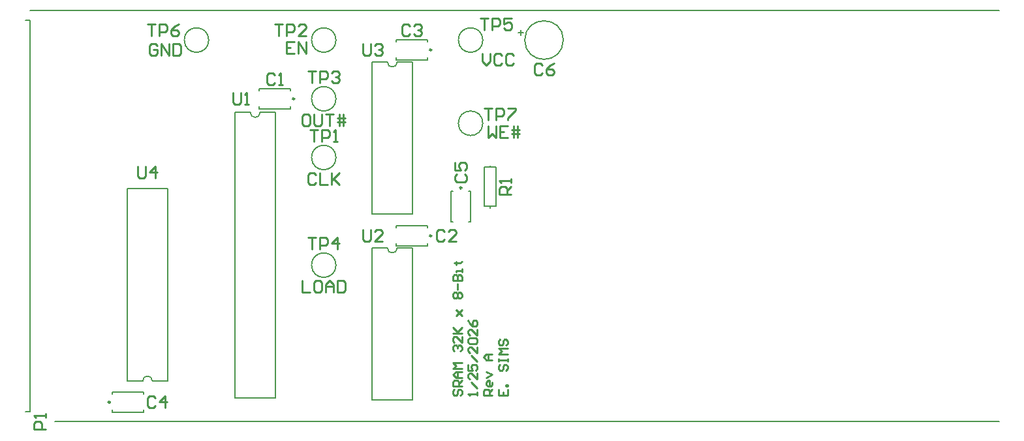
<source format=gto>
G04*
G04 #@! TF.GenerationSoftware,Altium Limited,Altium Designer,21.0.9 (235)*
G04*
G04 Layer_Color=65535*
%FSLAX25Y25*%
%MOIN*%
G70*
G04*
G04 #@! TF.SameCoordinates,D904D71F-FCC1-446E-B92D-41826D6CEC25*
G04*
G04*
G04 #@! TF.FilePolarity,Positive*
G04*
G01*
G75*
%ADD10C,0.00787*%
%ADD11C,0.00984*%
%ADD12C,0.00500*%
%ADD13C,0.01000*%
%ADD14C,0.00591*%
D10*
X377343Y305000D02*
G03*
X377343Y305000I-9843J0D01*
G01*
X336240Y262500D02*
G03*
X336240Y262500I-6240J0D01*
G01*
X287500Y293779D02*
G03*
X292500Y293779I2500J0D01*
G01*
X287500Y198779D02*
G03*
X292500Y198779I2500J0D01*
G01*
X217500Y268032D02*
G03*
X222500Y268032I2500J0D01*
G01*
X167500Y130787D02*
G03*
X162500Y130787I-2500J0D01*
G01*
X261240Y245000D02*
G03*
X261240Y245000I-6240J0D01*
G01*
Y275000D02*
G03*
X261240Y275000I-6240J0D01*
G01*
Y305000D02*
G03*
X261240Y305000I-6240J0D01*
G01*
Y190000D02*
G03*
X261240Y190000I-6240J0D01*
G01*
X336240Y305000D02*
G03*
X336240Y305000I-6240J0D01*
G01*
X196240D02*
G03*
X196240Y305000I-6240J0D01*
G01*
X162874Y114882D02*
Y115965D01*
X147126Y114882D02*
Y115965D01*
X162874Y124035D02*
Y125118D01*
X147126Y124035D02*
Y125118D01*
Y114882D02*
X162874D01*
X147126Y125118D02*
X162874D01*
X300433Y216220D02*
Y293779D01*
X279567Y216220D02*
Y293779D01*
Y216220D02*
X300433D01*
X292500Y293779D02*
X300433D01*
X279567D02*
X287500D01*
X300433Y121221D02*
Y198779D01*
X279567Y121221D02*
Y198779D01*
Y121221D02*
X300433D01*
X292500Y198779D02*
X300433D01*
X279567D02*
X287500D01*
X340000Y219100D02*
Y220000D01*
Y240000D02*
Y240900D01*
X337000Y220000D02*
X340000D01*
X337000D02*
Y240000D01*
X343000D01*
Y220000D02*
Y240000D01*
X340000Y220000D02*
X343000D01*
X319882Y212126D02*
X320965D01*
X319882Y227874D02*
X320965D01*
X329035Y212126D02*
X330118D01*
X329035Y227874D02*
X330118D01*
X319882Y212126D02*
Y227874D01*
X330118Y212126D02*
Y227874D01*
X292126Y209035D02*
Y210118D01*
X307874Y209035D02*
Y210118D01*
X292126Y199882D02*
Y200965D01*
X307874Y199882D02*
Y200965D01*
X292126Y210118D02*
X307874D01*
X292126Y199882D02*
X307874D01*
X292126Y304035D02*
Y305118D01*
X307874Y304035D02*
Y305118D01*
X292126Y294882D02*
Y295965D01*
X307874Y294882D02*
Y295965D01*
X292126Y305118D02*
X307874D01*
X292126Y294882D02*
X307874D01*
X222126Y279035D02*
Y280118D01*
X237874Y279035D02*
Y280118D01*
X222126Y269882D02*
Y270965D01*
X237874Y269882D02*
Y270965D01*
X222126Y280118D02*
X237874D01*
X222126Y269882D02*
X237874D01*
X209567Y268032D02*
X217500D01*
X222500D02*
X230433D01*
X209567Y121968D02*
X230433D01*
X209567D02*
Y268032D01*
X230433Y121968D02*
Y268032D01*
X154567Y130787D02*
Y229213D01*
X175433Y130787D02*
Y229213D01*
X154567D02*
X175433D01*
X154567Y130787D02*
X162500D01*
X167500D02*
X175433D01*
X105000Y115000D02*
Y315000D01*
X102500D02*
X105000D01*
X102500Y115000D02*
X105000D01*
D11*
X145945Y120000D02*
G03*
X145945Y120000I-492J0D01*
G01*
X325492Y229547D02*
G03*
X325492Y229547I-492J0D01*
G01*
X310039Y205000D02*
G03*
X310039Y205000I-492J0D01*
G01*
Y300000D02*
G03*
X310039Y300000I-492J0D01*
G01*
X240039Y275000D02*
G03*
X240039Y275000I-492J0D01*
G01*
D12*
X105000Y320000D02*
X600000D01*
X117500Y110000D02*
X600000Y110000D01*
D13*
X321750Y126499D02*
X321000Y125749D01*
Y124250D01*
X321750Y123500D01*
X322499D01*
X323249Y124250D01*
Y125749D01*
X323999Y126499D01*
X324749D01*
X325499Y125749D01*
Y124250D01*
X324749Y123500D01*
X325499Y127999D02*
X321000D01*
Y130248D01*
X321750Y130998D01*
X323249D01*
X323999Y130248D01*
Y127999D01*
Y129498D02*
X325499Y130998D01*
Y132497D02*
X322499D01*
X321000Y133997D01*
X322499Y135496D01*
X325499D01*
X323249D01*
Y132497D01*
X325499Y136996D02*
X321000D01*
X322499Y138495D01*
X321000Y139995D01*
X325499D01*
X321750Y145993D02*
X321000Y146742D01*
Y148242D01*
X321750Y148992D01*
X322499D01*
X323249Y148242D01*
Y147492D01*
Y148242D01*
X323999Y148992D01*
X324749D01*
X325499Y148242D01*
Y146742D01*
X324749Y145993D01*
X325499Y153490D02*
Y150491D01*
X322499Y153490D01*
X321750D01*
X321000Y152741D01*
Y151241D01*
X321750Y150491D01*
X321000Y154990D02*
X325499D01*
X323999D01*
X321000Y157989D01*
X323249Y155740D01*
X325499Y157989D01*
X322499Y163987D02*
X325499Y166986D01*
X323999Y165487D01*
X322499Y166986D01*
X325499Y163987D01*
X321750Y172984D02*
X321000Y173734D01*
Y175233D01*
X321750Y175983D01*
X322499D01*
X323249Y175233D01*
X323999Y175983D01*
X324749D01*
X325499Y175233D01*
Y173734D01*
X324749Y172984D01*
X323999D01*
X323249Y173734D01*
X322499Y172984D01*
X321750D01*
X323249Y173734D02*
Y175233D01*
Y177483D02*
Y180482D01*
X321000Y181981D02*
X325499D01*
Y184230D01*
X324749Y184980D01*
X323999D01*
X323249Y184230D01*
Y181981D01*
Y184230D01*
X322499Y184980D01*
X321750D01*
X321000Y184230D01*
Y181981D01*
X325499Y186480D02*
Y187979D01*
Y187230D01*
X322499D01*
Y186480D01*
X321750Y190978D02*
X322499D01*
Y190228D01*
Y191728D01*
Y190978D01*
X324749D01*
X325499Y191728D01*
X333297Y123500D02*
Y124999D01*
Y124250D01*
X328798D01*
X329548Y123500D01*
X333297Y127249D02*
X330298Y130248D01*
X333297Y134746D02*
Y131747D01*
X330298Y134746D01*
X329548D01*
X328798Y133997D01*
Y132497D01*
X329548Y131747D01*
X328798Y139245D02*
Y136246D01*
X331048D01*
X330298Y137745D01*
Y138495D01*
X331048Y139245D01*
X332547D01*
X333297Y138495D01*
Y136996D01*
X332547Y136246D01*
X333297Y140744D02*
X330298Y143744D01*
X333297Y148242D02*
Y145243D01*
X330298Y148242D01*
X329548D01*
X328798Y147492D01*
Y145993D01*
X329548Y145243D01*
Y149741D02*
X328798Y150491D01*
Y151991D01*
X329548Y152741D01*
X332547D01*
X333297Y151991D01*
Y150491D01*
X332547Y149741D01*
X329548D01*
X333297Y157239D02*
Y154240D01*
X330298Y157239D01*
X329548D01*
X328798Y156489D01*
Y154990D01*
X329548Y154240D01*
X328798Y161738D02*
X329548Y160238D01*
X331048Y158739D01*
X332547D01*
X333297Y159488D01*
Y160988D01*
X332547Y161738D01*
X331797D01*
X331048Y160988D01*
Y158739D01*
X341095Y123500D02*
X336596D01*
Y125749D01*
X337346Y126499D01*
X338846D01*
X339596Y125749D01*
Y123500D01*
Y124999D02*
X341095Y126499D01*
Y130248D02*
Y128748D01*
X340345Y127999D01*
X338846D01*
X338096Y128748D01*
Y130248D01*
X338846Y130998D01*
X339596D01*
Y127999D01*
X338096Y132497D02*
X341095Y133997D01*
X338096Y135496D01*
X341095Y141494D02*
X338096D01*
X336596Y142994D01*
X338096Y144493D01*
X341095D01*
X338846D01*
Y141494D01*
X344395Y126499D02*
Y123500D01*
X348893D01*
Y126499D01*
X346644Y123500D02*
Y124999D01*
X348893Y127999D02*
X348144D01*
Y128748D01*
X348893D01*
Y127999D01*
X345145Y139245D02*
X344395Y138495D01*
Y136996D01*
X345145Y136246D01*
X345894D01*
X346644Y136996D01*
Y138495D01*
X347394Y139245D01*
X348144D01*
X348893Y138495D01*
Y136996D01*
X348144Y136246D01*
X344395Y140744D02*
Y142244D01*
Y141494D01*
X348893D01*
Y140744D01*
Y142244D01*
Y144493D02*
X344395D01*
X345894Y145993D01*
X344395Y147492D01*
X348893D01*
X345145Y151991D02*
X344395Y151241D01*
Y149741D01*
X345145Y148992D01*
X345894D01*
X346644Y149741D01*
Y151241D01*
X347394Y151991D01*
X348144D01*
X348893Y151241D01*
Y149741D01*
X348144Y148992D01*
X366500Y291999D02*
X365501Y292999D01*
X363501D01*
X362502Y291999D01*
Y288001D01*
X363501Y287001D01*
X365501D01*
X366500Y288001D01*
X372498Y292999D02*
X370499Y291999D01*
X368500Y290000D01*
Y288001D01*
X369499Y287001D01*
X371499D01*
X372498Y288001D01*
Y289000D01*
X371499Y290000D01*
X368500D01*
X337003Y269999D02*
X341001D01*
X339002D01*
Y264001D01*
X343001D02*
Y269999D01*
X346000D01*
X346999Y268999D01*
Y267000D01*
X346000Y266000D01*
X343001D01*
X348999Y269999D02*
X352997D01*
Y268999D01*
X348999Y265001D01*
Y264001D01*
X339003Y260999D02*
Y255001D01*
X341002Y257000D01*
X343001Y255001D01*
Y260999D01*
X348999D02*
X345001D01*
Y255001D01*
X348999D01*
X345001Y258000D02*
X347000D01*
X351998Y255001D02*
Y260999D01*
X353998D02*
Y255001D01*
X350999Y259000D02*
X353998D01*
X354997D01*
X350999Y257000D02*
X354997D01*
X323001Y236500D02*
X322001Y235501D01*
Y233501D01*
X323001Y232502D01*
X326999D01*
X327999Y233501D01*
Y235501D01*
X326999Y236500D01*
X322001Y242498D02*
Y238500D01*
X325000D01*
X324000Y240499D01*
Y241499D01*
X325000Y242498D01*
X326999D01*
X327999Y241499D01*
Y239499D01*
X326999Y238500D01*
X299000Y311999D02*
X298001Y312999D01*
X296001D01*
X295002Y311999D01*
Y308001D01*
X296001Y307001D01*
X298001D01*
X299000Y308001D01*
X301000Y311999D02*
X301999Y312999D01*
X303999D01*
X304998Y311999D01*
Y311000D01*
X303999Y310000D01*
X302999D01*
X303999D01*
X304998Y309000D01*
Y308001D01*
X303999Y307001D01*
X301999D01*
X301000Y308001D01*
X316500Y206999D02*
X315501Y207999D01*
X313501D01*
X312502Y206999D01*
Y203001D01*
X313501Y202001D01*
X315501D01*
X316500Y203001D01*
X322498Y202001D02*
X318500D01*
X322498Y206000D01*
Y206999D01*
X321499Y207999D01*
X319499D01*
X318500Y206999D01*
X230000Y286999D02*
X229000Y287999D01*
X227001D01*
X226001Y286999D01*
Y283001D01*
X227001Y282001D01*
X229000D01*
X230000Y283001D01*
X231999Y282001D02*
X233999D01*
X232999D01*
Y287999D01*
X231999Y286999D01*
X169000Y121999D02*
X168001Y122999D01*
X166001D01*
X165002Y121999D01*
Y118001D01*
X166001Y117001D01*
X168001D01*
X169000Y118001D01*
X173999Y117001D02*
Y122999D01*
X171000Y120000D01*
X174998D01*
X165003Y312999D02*
X169001D01*
X167002D01*
Y307001D01*
X171001D02*
Y312999D01*
X174000D01*
X174999Y311999D01*
Y310000D01*
X174000Y309000D01*
X171001D01*
X180997Y312999D02*
X178998Y311999D01*
X176999Y310000D01*
Y308001D01*
X177998Y307001D01*
X179998D01*
X180997Y308001D01*
Y309000D01*
X179998Y310000D01*
X176999D01*
X170001Y301999D02*
X169002Y302999D01*
X167002D01*
X166003Y301999D01*
Y298001D01*
X167002Y297001D01*
X169002D01*
X170001Y298001D01*
Y300000D01*
X168002D01*
X172001Y297001D02*
Y302999D01*
X175999Y297001D01*
Y302999D01*
X177999D02*
Y297001D01*
X180998D01*
X181997Y298001D01*
Y301999D01*
X180998Y302999D01*
X177999D01*
X335003Y315999D02*
X339001D01*
X337002D01*
Y310001D01*
X341001D02*
Y315999D01*
X344000D01*
X344999Y314999D01*
Y313000D01*
X344000Y312000D01*
X341001D01*
X350997Y315999D02*
X346999D01*
Y313000D01*
X348998Y314000D01*
X349998D01*
X350997Y313000D01*
Y311001D01*
X349998Y310001D01*
X347998D01*
X346999Y311001D01*
X336003Y297999D02*
Y294000D01*
X338002Y292001D01*
X340001Y294000D01*
Y297999D01*
X345999Y296999D02*
X345000Y297999D01*
X343000D01*
X342001Y296999D01*
Y293001D01*
X343000Y292001D01*
X345000D01*
X345999Y293001D01*
X351997Y296999D02*
X350998Y297999D01*
X348998D01*
X347999Y296999D01*
Y293001D01*
X348998Y292001D01*
X350998D01*
X351997Y293001D01*
X247003Y203999D02*
X251001D01*
X249002D01*
Y198001D01*
X253001D02*
Y203999D01*
X256000D01*
X256999Y202999D01*
Y201000D01*
X256000Y200000D01*
X253001D01*
X261998Y198001D02*
Y203999D01*
X258999Y201000D01*
X262997D01*
X244004Y181999D02*
Y176001D01*
X248002D01*
X253001Y181999D02*
X251001D01*
X250002Y180999D01*
Y177001D01*
X251001Y176001D01*
X253001D01*
X254000Y177001D01*
Y180999D01*
X253001Y181999D01*
X256000Y176001D02*
Y180000D01*
X257999Y181999D01*
X259998Y180000D01*
Y176001D01*
Y179000D01*
X256000D01*
X261998Y181999D02*
Y176001D01*
X264997D01*
X265997Y177001D01*
Y180999D01*
X264997Y181999D01*
X261998D01*
X247003Y288999D02*
X251001D01*
X249002D01*
Y283001D01*
X253001D02*
Y288999D01*
X256000D01*
X256999Y287999D01*
Y286000D01*
X256000Y285000D01*
X253001D01*
X258999Y287999D02*
X259998Y288999D01*
X261998D01*
X262997Y287999D01*
Y287000D01*
X261998Y286000D01*
X260998D01*
X261998D01*
X262997Y285000D01*
Y284001D01*
X261998Y283001D01*
X259998D01*
X258999Y284001D01*
X247003Y266999D02*
X245003D01*
X244004Y265999D01*
Y262001D01*
X245003Y261001D01*
X247003D01*
X248002Y262001D01*
Y265999D01*
X247003Y266999D01*
X250002D02*
Y262001D01*
X251001Y261001D01*
X253001D01*
X254000Y262001D01*
Y266999D01*
X256000D02*
X259998D01*
X257999D01*
Y261001D01*
X262997D02*
Y266999D01*
X264997D02*
Y261001D01*
X261998Y265000D02*
X264997D01*
X265997D01*
X261998Y263000D02*
X265997D01*
X230003Y312999D02*
X234001D01*
X232002D01*
Y307001D01*
X236001D02*
Y312999D01*
X239000D01*
X239999Y311999D01*
Y310000D01*
X239000Y309000D01*
X236001D01*
X245997Y307001D02*
X241999D01*
X245997Y311000D01*
Y311999D01*
X244998Y312999D01*
X242998D01*
X241999Y311999D01*
X240000Y303999D02*
X236002D01*
Y298001D01*
X240000D01*
X236002Y301000D02*
X238001D01*
X242000Y298001D02*
Y303999D01*
X245998Y298001D01*
Y303999D01*
X248002Y258999D02*
X252001D01*
X250002D01*
Y253001D01*
X254000D02*
Y258999D01*
X256999D01*
X257999Y257999D01*
Y256000D01*
X256999Y255000D01*
X254000D01*
X259998Y253001D02*
X261998D01*
X260998D01*
Y258999D01*
X259998Y257999D01*
X251001Y235999D02*
X250002Y236999D01*
X248002D01*
X247003Y235999D01*
Y232001D01*
X248002Y231001D01*
X250002D01*
X251001Y232001D01*
X253001Y236999D02*
Y231001D01*
X256999D01*
X258999Y236999D02*
Y231001D01*
Y233000D01*
X262997Y236999D01*
X259998Y234000D01*
X262997Y231001D01*
X160002Y240499D02*
Y235501D01*
X161001Y234501D01*
X163001D01*
X164000Y235501D01*
Y240499D01*
X168999Y234501D02*
Y240499D01*
X166000Y237500D01*
X169998D01*
X275002Y302999D02*
Y298001D01*
X276001Y297001D01*
X278001D01*
X279000Y298001D01*
Y302999D01*
X281000Y301999D02*
X281999Y302999D01*
X283999D01*
X284998Y301999D01*
Y301000D01*
X283999Y300000D01*
X282999D01*
X283999D01*
X284998Y299000D01*
Y298001D01*
X283999Y297001D01*
X281999D01*
X281000Y298001D01*
X208501Y277999D02*
Y273001D01*
X209501Y272001D01*
X211500D01*
X212500Y273001D01*
Y277999D01*
X214499Y272001D02*
X216499D01*
X215499D01*
Y277999D01*
X214499Y276999D01*
X350499Y226001D02*
X344501D01*
Y229000D01*
X345501Y230000D01*
X347500D01*
X348500Y229000D01*
Y226001D01*
Y228001D02*
X350499Y230000D01*
Y231999D02*
Y233999D01*
Y232999D01*
X344501D01*
X345501Y231999D01*
X275002Y207999D02*
Y203001D01*
X276001Y202001D01*
X278001D01*
X279000Y203001D01*
Y207999D01*
X284998Y202001D02*
X281000D01*
X284998Y206000D01*
Y206999D01*
X283999Y207999D01*
X281999D01*
X281000Y206999D01*
X112999Y106001D02*
X107001D01*
Y109000D01*
X108001Y110000D01*
X110000D01*
X111000Y109000D01*
Y106001D01*
X112999Y111999D02*
Y113999D01*
Y112999D01*
X107001D01*
X108001Y111999D01*
D14*
X357022Y308937D02*
X354356D01*
X355689Y307604D02*
Y310270D01*
M02*

</source>
